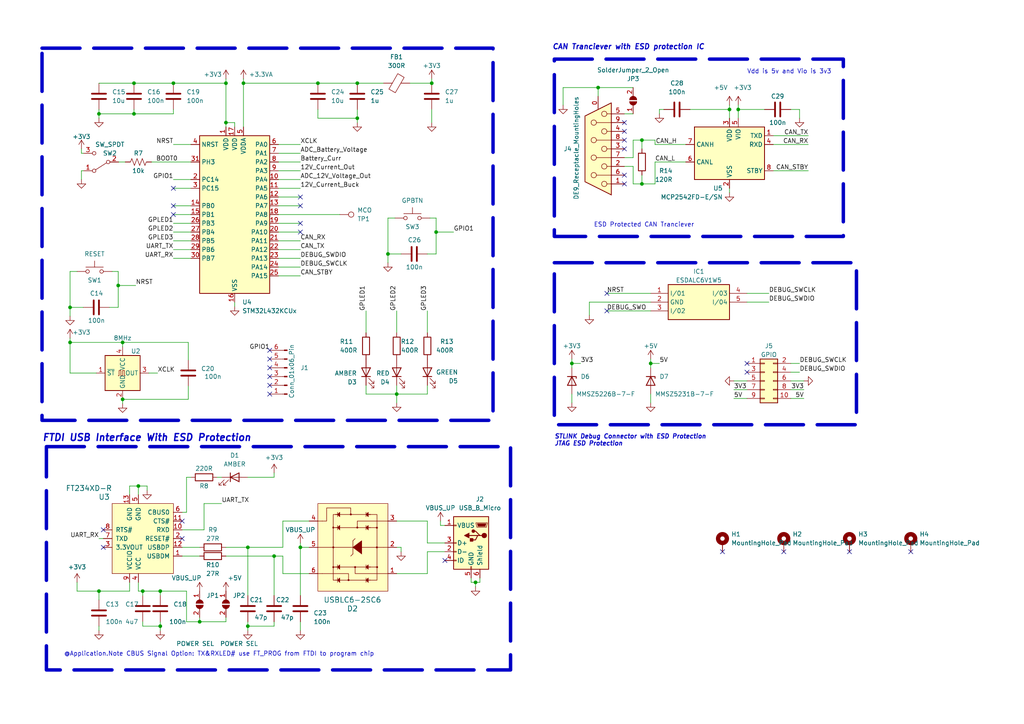
<source format=kicad_sch>
(kicad_sch (version 20231120) (generator "eeschema") (generator_version "8.0")
  (paper "A4")
  (title_block (title "Microcontroller") (rev "V1") (company "EcoCar") (comment 1 "Designed by: Nicholas semmens"))
  (junction (at 57.912 180.34))
  (junction (at 38.862 24.13))
  (junction (at 40.132 140.97))
  (junction (at 20.32 89.154))
  (junction (at 79.502 161.29))
  (junction (at 92.202 24.13))
  (junction (at 38.862 33.02))
  (junction (at 65.532 24.13))
  (junction (at 211.582 31.75))
  (junction (at 214.122 31.75))
  (junction (at 28.702 171.45))
  (junction (at 46.482 181.61))
  (junction (at 125.222 24.13))
  (junction (at 71.882 158.75))
  (junction (at 165.862 105.41))
  (junction (at 186.182 53.34))
  (junction (at 87.122 158.75))
  (junction (at 35.56 115.824))
  (junction (at 41.402 171.45))
  (junction (at 103.632 34.29))
  (junction (at 71.882 181.61))
  (junction (at 35.56 99.314))
  (junction (at 188.722 105.41))
  (junction (at 34.29 82.804))
  (junction (at 20.32 99.314))
  (junction (at 70.612 24.13))
  (junction (at 126.492 67.31))
  (junction (at 137.922 168.91))
  (junction (at 65.532 35.56))
  (junction (at 186.182 40.64))
  (junction (at 50.292 24.13))
  (junction (at 173.482 25.4))
  (junction (at 112.522 73.66))
  (junction (at 115.062 114.3))
  (junction (at 103.632 24.13))
  (junction (at 28.702 33.02))
  (junction (at 46.482 171.45))
  (no_connect (at 181.102 53.34))
  (no_connect (at 78.232 104.14))
  (no_connect (at 87.122 67.31))
  (no_connect (at 209.55 160.02))
  (no_connect (at 246.38 160.02))
  (no_connect (at 78.232 106.68))
  (no_connect (at 52.832 156.21))
  (no_connect (at 181.102 38.1))
  (no_connect (at 264.16 160.02))
  (no_connect (at 181.102 35.56))
  (no_connect (at 181.102 40.64))
  (no_connect (at 29.972 158.75))
  (no_connect (at 50.292 59.69))
  (no_connect (at 87.122 57.15))
  (no_connect (at 52.832 151.13))
  (no_connect (at 78.232 111.76))
  (no_connect (at 176.022 85.09))
  (no_connect (at 50.292 54.61))
  (no_connect (at 78.232 114.3))
  (no_connect (at 29.972 153.67))
  (no_connect (at 87.122 59.69))
  (no_connect (at 181.102 50.8))
  (no_connect (at 181.102 43.18))
  (no_connect (at 78.232 109.22))
  (no_connect (at 87.122 64.77))
  (no_connect (at 176.022 90.17))
  (no_connect (at 78.232 101.6))
  (no_connect (at 216.662 105.41))
  (no_connect (at 227.33 160.02))
  (no_connect (at 216.662 107.95))
  (no_connect (at 50.292 62.23))
  (no_connect (at 129.032 162.56))
  (wire (pts (xy 52.832 161.29) (xy 57.912 161.29)))
  (wire (pts (xy 38.862 31.75) (xy 38.862 33.02)))
  (wire (pts (xy 163.322 25.4) (xy 173.482 25.4)))
  (wire (pts (xy 173.482 25.4) (xy 183.642 25.4)))
  (wire (pts (xy 186.182 40.64) (xy 183.642 40.64)))
  (wire (pts (xy 55.372 138.43) (xy 54.102 138.43)))
  (wire (pts (xy 165.862 105.41) (xy 165.862 106.68)))
  (wire (pts (xy 65.532 22.86) (xy 65.532 24.13)))
  (wire (pts (xy 123.952 96.52) (xy 123.952 90.17)))
  (wire (pts (xy 23.622 49.53) (xy 23.622 52.07)))
  (wire (pts (xy 214.122 31.75) (xy 214.122 34.29)))
  (wire (pts (xy 87.122 46.99) (xy 80.772 46.99)))
  (wire (pts (xy 57.912 180.34) (xy 57.912 179.07)))
  (wire (pts (xy 79.502 181.61) (xy 71.882 181.61)))
  (wire (pts (xy 50.292 33.02) (xy 50.292 31.75)))
  (wire (pts (xy 188.722 105.41) (xy 188.722 106.68)))
  (wire (pts (xy 106.172 114.3) (xy 115.062 114.3)))
  (wire (pts (xy 34.417 46.99) (xy 36.322 46.99)))
  (wire (pts (xy 116.332 158.75) (xy 116.332 160.02)))
  (wire (pts (xy 35.56 115.824) (xy 54.61 115.824)))
  (wire (pts (xy 46.482 171.45) (xy 54.102 171.45)))
  (wire (pts (xy 165.862 105.41) (xy 168.402 105.41)))
  (wire (pts (xy 71.882 180.34) (xy 71.882 181.61)))
  (wire (pts (xy 46.482 180.34) (xy 46.482 181.61)))
  (wire (pts (xy 211.582 54.61) (xy 211.582 55.88)))
  (wire (pts (xy 80.772 54.61) (xy 87.122 54.61)))
  (wire (pts (xy 124.714 63.246) (xy 126.492 63.246)))
  (wire (pts (xy 22.352 78.74) (xy 20.32 78.74)))
  (wire (pts (xy 65.532 35.56) (xy 68.072 35.56)))
  (wire (pts (xy 38.862 33.02) (xy 50.292 33.02)))
  (wire (pts (xy 80.772 57.15) (xy 87.122 57.15)))
  (wire (pts (xy 55.372 67.31) (xy 50.292 67.31)))
  (wire (pts (xy 34.29 78.74) (xy 34.29 82.804)))
  (wire (pts (xy 163.322 25.4) (xy 163.322 30.48)))
  (wire (pts (xy 176.022 85.09) (xy 188.722 85.09)))
  (wire (pts (xy 34.29 82.804) (xy 34.29 89.154)))
  (wire (pts (xy 54.61 112.014) (xy 54.61 115.824)))
  (wire (pts (xy 115.062 96.52) (xy 115.062 90.17)))
  (wire (pts (xy 82.042 158.75) (xy 71.882 158.75)))
  (wire (pts (xy 126.492 63.246) (xy 126.492 67.31)))
  (wire (pts (xy 70.612 22.86) (xy 70.612 24.13)))
  (wire (pts (xy 71.882 158.75) (xy 65.532 158.75)))
  (wire (pts (xy 28.702 171.45) (xy 37.592 171.45)))
  (wire (pts (xy 212.852 113.03) (xy 216.662 113.03)))
  (wire (pts (xy 59.182 146.05) (xy 59.182 153.67)))
  (wire (pts (xy 181.102 33.02) (xy 183.642 33.02)))
  (wire (pts (xy 189.992 40.64) (xy 189.992 41.91)))
  (wire (pts (xy 37.592 168.91) (xy 37.592 171.45)))
  (wire (pts (xy 50.292 64.77) (xy 55.372 64.77)))
  (wire (pts (xy 125.222 22.86) (xy 125.222 24.13)))
  (wire (pts (xy 115.062 158.75) (xy 116.332 158.75)))
  (wire (pts (xy 20.32 89.154) (xy 20.32 91.694)))
  (wire (pts (xy 112.522 63.246) (xy 112.522 73.66)))
  (wire (pts (xy 24.13 89.154) (xy 20.32 89.154)))
  (wire (pts (xy 92.202 34.29) (xy 103.632 34.29)))
  (wire (pts (xy 41.402 180.34) (xy 41.402 181.61)))
  (wire (pts (xy 34.29 82.804) (xy 39.37 82.804)))
  (wire (pts (xy 80.772 69.85) (xy 87.122 69.85)))
  (wire (pts (xy 50.292 62.23) (xy 55.372 62.23)))
  (wire (pts (xy 23.622 49.53) (xy 24.257 49.53)))
  (wire (pts (xy 20.32 78.74) (xy 20.32 89.154)))
  (wire (pts (xy 103.632 34.29) (xy 103.632 35.56)))
  (wire (pts (xy 136.652 167.64) (xy 136.652 168.91)))
  (wire (pts (xy 28.702 33.02) (xy 28.702 34.29)))
  (wire (pts (xy 50.292 41.91) (xy 55.372 41.91)))
  (wire (pts (xy 103.632 31.75) (xy 103.632 34.29)))
  (wire (pts (xy 173.482 25.4) (xy 173.482 27.94)))
  (wire (pts (xy 188.722 87.63) (xy 170.942 87.63)))
  (wire (pts (xy 87.122 157.48) (xy 87.122 158.75)))
  (wire (pts (xy 28.702 24.13) (xy 38.862 24.13)))
  (wire (pts (xy 216.662 87.63) (xy 223.012 87.63)))
  (wire (pts (xy 183.642 45.72) (xy 181.102 45.72)))
  (wire (pts (xy 65.532 180.34) (xy 65.532 179.07)))
  (wire (pts (xy 50.292 24.13) (xy 65.532 24.13)))
  (wire (pts (xy 34.29 89.154) (xy 31.75 89.154)))
  (wire (pts (xy 229.362 107.95) (xy 231.902 107.95)))
  (wire (pts (xy 28.702 33.02) (xy 38.862 33.02)))
  (wire (pts (xy 87.122 158.75) (xy 89.662 158.75)))
  (wire (pts (xy 82.042 151.13) (xy 82.042 158.75)))
  (wire (pts (xy 127.762 152.4) (xy 129.032 152.4)))
  (wire (pts (xy 186.182 40.64) (xy 189.992 40.64)))
  (wire (pts (xy 123.952 166.37) (xy 123.952 160.02)))
  (wire (pts (xy 80.772 74.93) (xy 87.122 74.93)))
  (wire (pts (xy 80.772 77.47) (xy 87.122 77.47)))
  (wire (pts (xy 80.772 59.69) (xy 87.122 59.69)))
  (wire (pts (xy 216.662 85.09) (xy 223.012 85.09)))
  (wire (pts (xy 45.72 108.204) (xy 43.18 108.204)))
  (wire (pts (xy 50.292 54.61) (xy 55.372 54.61)))
  (wire (pts (xy 116.332 73.66) (xy 112.522 73.66)))
  (wire (pts (xy 42.672 140.97) (xy 42.672 142.24)))
  (wire (pts (xy 41.402 181.61) (xy 46.482 181.61)))
  (wire (pts (xy 35.56 115.824) (xy 35.56 117.094)))
  (wire (pts (xy 79.502 138.43) (xy 71.882 138.43)))
  (wire (pts (xy 41.402 171.45) (xy 40.132 171.45)))
  (wire (pts (xy 82.042 166.37) (xy 89.662 166.37)))
  (wire (pts (xy 41.402 171.45) (xy 41.402 172.72)))
  (wire (pts (xy 188.722 114.3) (xy 188.722 116.84)))
  (wire (pts (xy 28.702 171.45) (xy 22.352 171.45)))
  (wire (pts (xy 71.882 181.61) (xy 71.882 182.88)))
  (wire (pts (xy 87.122 180.34) (xy 87.122 182.88)))
  (wire (pts (xy 50.292 52.07) (xy 55.372 52.07)))
  (wire (pts (xy 59.182 153.67) (xy 52.832 153.67)))
  (wire (pts (xy 68.072 35.56) (xy 68.072 36.83)))
  (wire (pts (xy 28.702 31.75) (xy 28.702 33.02)))
  (wire (pts (xy 115.062 114.3) (xy 123.952 114.3)))
  (wire (pts (xy 20.32 98.044) (xy 20.32 99.314)))
  (wire (pts (xy 92.202 31.75) (xy 92.202 34.29)))
  (wire (pts (xy 231.902 31.75) (xy 229.362 31.75)))
  (wire (pts (xy 70.612 24.13) (xy 92.202 24.13)))
  (wire (pts (xy 224.282 41.91) (xy 234.442 41.91)))
  (wire (pts (xy 183.642 48.26) (xy 181.102 48.26)))
  (wire (pts (xy 70.612 24.13) (xy 70.612 36.83)))
  (wire (pts (xy 115.062 114.3) (xy 115.062 111.76)))
  (wire (pts (xy 80.772 72.39) (xy 87.122 72.39)))
  (wire (pts (xy 229.362 113.03) (xy 233.172 113.03)))
  (wire (pts (xy 28.702 181.61) (xy 28.702 182.88)))
  (wire (pts (xy 212.852 115.57) (xy 216.662 115.57)))
  (wire (pts (xy 59.182 146.05) (xy 64.262 146.05)))
  (wire (pts (xy 80.772 67.31) (xy 87.122 67.31)))
  (wire (pts (xy 57.912 180.34) (xy 65.532 180.34)))
  (wire (pts (xy 123.952 157.48) (xy 129.032 157.48)))
  (wire (pts (xy 137.922 168.91) (xy 136.652 168.91)))
  (wire (pts (xy 106.172 114.3) (xy 106.172 111.76)))
  (wire (pts (xy 80.772 52.07) (xy 87.122 52.07)))
  (wire (pts (xy 214.122 31.75) (xy 221.742 31.75)))
  (wire (pts (xy 20.32 108.204) (xy 27.94 108.204)))
  (wire (pts (xy 229.362 105.41) (xy 231.902 105.41)))
  (wire (pts (xy 126.492 73.66) (xy 123.952 73.66)))
  (wire (pts (xy 50.292 69.85) (xy 55.372 69.85)))
  (wire (pts (xy 118.872 24.13) (xy 125.222 24.13)))
  (wire (pts (xy 112.522 73.66) (xy 112.522 76.2)))
  (wire (pts (xy 82.042 161.29) (xy 82.042 166.37)))
  (wire (pts (xy 139.192 168.91) (xy 137.922 168.91)))
  (wire (pts (xy 79.502 161.29) (xy 79.502 172.72)))
  (wire (pts (xy 57.912 180.34) (xy 54.102 180.34)))
  (wire (pts (xy 54.102 138.43) (xy 54.102 148.59)))
  (wire (pts (xy 165.862 104.14) (xy 165.862 105.41)))
  (wire (pts (xy 123.952 114.3) (xy 123.952 111.76)))
  (wire (pts (xy 189.992 46.99) (xy 189.992 53.34)))
  (wire (pts (xy 139.192 167.64) (xy 139.192 168.91)))
  (wire (pts (xy 80.772 64.77) (xy 87.122 64.77)))
  (wire (pts (xy 189.992 41.91) (xy 198.882 41.91)))
  (wire (pts (xy 22.352 171.45) (xy 22.352 168.91)))
  (wire (pts (xy 127.762 151.13) (xy 127.762 152.4)))
  (wire (pts (xy 65.532 24.13) (xy 65.532 35.56)))
  (wire (pts (xy 65.532 35.56) (xy 65.532 36.83)))
  (wire (pts (xy 231.902 34.29) (xy 231.902 31.75)))
  (wire (pts (xy 79.502 137.16) (xy 79.502 138.43)))
  (wire (pts (xy 71.882 158.75) (xy 71.882 172.72)))
  (wire (pts (xy 35.56 99.314) (xy 54.61 99.314)))
  (wire (pts (xy 82.042 151.13) (xy 89.662 151.13)))
  (wire (pts (xy 123.952 151.13) (xy 123.952 157.48)))
  (wire (pts (xy 224.282 49.53) (xy 234.442 49.53)))
  (wire (pts (xy 115.062 151.13) (xy 123.952 151.13)))
  (wire (pts (xy 43.942 46.99) (xy 55.372 46.99)))
  (wire (pts (xy 189.992 46.99) (xy 198.882 46.99)))
  (wire (pts (xy 186.182 50.8) (xy 186.182 53.34)))
  (wire (pts (xy 183.642 40.64) (xy 183.642 45.72)))
  (wire (pts (xy 54.61 104.394) (xy 54.61 99.314)))
  (wire (pts (xy 103.632 24.13) (xy 111.252 24.13)))
  (wire (pts (xy 41.402 171.45) (xy 46.482 171.45)))
  (wire (pts (xy 23.622 43.18) (xy 23.622 44.45)))
  (wire (pts (xy 183.642 53.34) (xy 183.642 48.26)))
  (wire (pts (xy 35.56 99.314) (xy 20.32 99.314)))
  (wire (pts (xy 79.502 180.34) (xy 79.502 181.61)))
  (wire (pts (xy 224.282 39.37) (xy 234.442 39.37)))
  (wire (pts (xy 126.492 67.31) (xy 131.572 67.31)))
  (wire (pts (xy 192.532 31.75) (xy 191.262 31.75)))
  (wire (pts (xy 211.582 30.48) (xy 211.582 31.75)))
  (wire (pts (xy 87.122 158.75) (xy 87.122 172.72)))
  (wire (pts (xy 87.122 80.01) (xy 80.772 80.01)))
  (wire (pts (xy 126.492 67.31) (xy 126.492 73.66)))
  (wire (pts (xy 54.102 180.34) (xy 54.102 171.45)))
  (wire (pts (xy 87.122 44.45) (xy 80.772 44.45)))
  (wire (pts (xy 186.182 40.64) (xy 186.182 43.18)))
  (wire (pts (xy 80.772 62.23) (xy 98.552 62.23)))
  (wire (pts (xy 125.222 31.75) (xy 125.222 35.56)))
  (wire (pts (xy 29.972 156.21) (xy 28.702 156.21)))
  (wire (pts (xy 23.622 44.45) (xy 24.257 44.45)))
  (wire (pts (xy 40.132 168.91) (xy 40.132 171.45)))
  (wire (pts (xy 50.292 72.39) (xy 55.372 72.39)))
  (wire (pts (xy 54.102 148.59) (xy 52.832 148.59)))
  (wire (pts (xy 80.772 41.91) (xy 87.122 41.91)))
  (wire (pts (xy 188.722 104.14) (xy 188.722 105.41)))
  (wire (pts (xy 65.532 161.29) (xy 79.502 161.29)))
  (wire (pts (xy 137.922 170.18) (xy 137.922 168.91)))
  (wire (pts (xy 170.942 87.63) (xy 170.942 91.44)))
  (wire (pts (xy 189.992 53.34) (xy 186.182 53.34)))
  (wire (pts (xy 188.722 105.41) (xy 191.262 105.41)))
  (wire (pts (xy 68.072 88.9) (xy 68.072 87.63)))
  (wire (pts (xy 35.56 100.584) (xy 35.56 99.314)))
  (wire (pts (xy 50.292 74.93) (xy 55.372 74.93)))
  (wire (pts (xy 200.152 31.75) (xy 211.582 31.75)))
  (wire (pts (xy 40.132 140.97) (xy 40.132 143.51)))
  (wire (pts (xy 79.502 161.29) (xy 82.042 161.29)))
  (wire (pts (xy 64.262 138.43) (xy 62.992 138.43)))
  (wire (pts (xy 106.172 96.52) (xy 106.172 90.17)))
  (wire (pts (xy 165.862 114.3) (xy 165.862 116.84)))
  (wire (pts (xy 46.482 171.45) (xy 46.482 172.72)))
  (wire (pts (xy 186.182 53.34) (xy 183.642 53.34)))
  (wire (pts (xy 42.672 140.97) (xy 40.132 140.97)))
  (wire (pts (xy 20.32 99.314) (xy 20.32 108.204)))
  (wire (pts (xy 233.172 115.57) (xy 229.362 115.57)))
  (wire (pts (xy 38.862 24.13) (xy 50.292 24.13)))
  (wire (pts (xy 176.022 90.17) (xy 188.722 90.17)))
  (wire (pts (xy 211.582 31.75) (xy 211.582 34.29)))
  (wire (pts (xy 92.202 24.13) (xy 103.632 24.13)))
  (wire (pts (xy 37.592 140.97) (xy 40.132 140.97)))
  (wire (pts (xy 214.122 30.48) (xy 214.122 31.75)))
  (wire (pts (xy 123.952 160.02) (xy 129.032 160.02)))
  (wire (pts (xy 191.262 31.75) (xy 191.262 33.02)))
  (wire (pts (xy 115.062 166.37) (xy 123.952 166.37)))
  (wire (pts (xy 229.362 110.49) (xy 233.172 110.49)))
  (wire (pts (xy 212.852 110.49) (xy 216.662 110.49)))
  (wire (pts (xy 114.554 63.246) (xy 112.522 63.246)))
  (wire (pts (xy 50.292 59.69) (xy 55.372 59.69)))
  (wire (pts (xy 46.482 181.61) (xy 46.482 182.88)))
  (wire (pts (xy 32.512 78.74) (xy 34.29 78.74)))
  (wire (pts (xy 115.062 114.3) (xy 115.062 116.84)))
  (wire (pts (xy 37.592 143.51) (xy 37.592 140.97)))
  (wire (pts (xy 28.702 171.45) (xy 28.702 173.99)))
  (wire (pts (xy 52.832 158.75) (xy 57.912 158.75)))
  (wire (pts (xy 80.772 49.53) (xy 87.122 49.53)))
  (rectangle (start 12.192 13.97) (end 143.002 121.92) (stroke (width 1) (type dash)))
  (rectangle (start 160.782 76.2) (end 248.412 123.19) (stroke (width 1) (type dash)))
  (rectangle (start 160.782 17.145) (end 244.602 68.58) (stroke (width 1) (type dash)))
  (rectangle (start 13.462 129.54) (end 148.082 194.31) (stroke (width 1) (type dash)))
  (text "CAN Tranciever with ESD protection IC" (at 160.147 14.605 0) (effects (font (size 1.5 1.5) (thickness 0.3) (bold yes) (italic yes)) (justify left bottom)))
  (text "ESD Protected CAN Tranciever\n" (at 172.212 66.04 0) (effects (font (size 1.27 1.27)) (justify left bottom)))
  (text "@Application.Note CBUS Signal Option: TX&RXLED# use FT_PROG from FTDI to program chip\n" (at 18.542 190.5 0) (effects (font (size 1.27 1.27)) (justify left bottom)))
  (text "STLINK Debug Connector with ESD Protection\nJTAG ESD Protection" (at 160.782 129.54 0) (effects (font (size 1.27 1.27) (thickness 0.254) (bold yes) (italic yes)) (justify left bottom)))
  (text "FTDI USB Interface With ESD Protection\n" (at 12.192 128.27 0) (effects (font (size 2 2) (thickness 0.4) (bold yes) (italic yes)) (justify left bottom)))
  (text "Vdd is 5v and Vio is 3v3\n" (at 216.662 21.59 0) (effects (font (size 1.27 1.27)) (justify left bottom)))
  (label "3V3" (at 168.402 105.41 0))
  (label "CAN_STBY" (at 234.442 49.53 180))
  (label "3V3" (at 212.852 113.03 0))
  (label "UART_RX" (at 50.292 74.93 180))
  (label "GPLED2" (at 115.062 90.17 90))
  (label "GPLED3" (at 50.292 69.85 180))
  (label "GPLED1" (at 106.172 90.17 90))
  (label "CAN_RX" (at 87.122 69.85 0))
  (label "DEBUG_SWCLK" (at 231.902 105.41 0))
  (label "CAN_TX" (at 87.122 72.39 0))
  (label "GPLED2" (at 50.292 67.31 180))
  (label "DEBUG_SWO" (at 176.022 90.17 0))
  (label "5V" (at 233.172 115.57 180))
  (label "GPLED1" (at 50.292 64.77 180))
  (label "NRST" (at 39.37 82.804 0))
  (label "GPLED3" (at 123.952 90.17 90))
  (label "GPIO1" (at 78.232 101.6 180))
  (label "ADC_12V_Voltage_Out" (at 87.122 52.07 0))
  (label "XCLK" (at 45.72 108.204 0))
  (label "DEBUG_SWCLK" (at 223.012 85.09 0))
  (label "CAN_TX" (at 234.442 39.37 180))
  (label "GPIO1" (at 50.292 52.07 180))
  (label "NRST" (at 176.022 85.09 0))
  (label "DEBUG_SWDIO" (at 87.122 74.93 0))
  (label "12V_Current_Out" (at 87.122 49.53 0))
  (label "5V" (at 191.262 105.41 0))
  (label "5V" (at 212.852 115.57 0))
  (label "DEBUG_SWCLK" (at 87.122 77.47 0))
  (label "Battery_Curr" (at 87.122 46.99 0))
  (label "DEBUG_SWDIO" (at 231.902 107.95 0))
  (label "GPIO1" (at 131.572 67.31 0))
  (label "UART_TX" (at 64.262 146.05 0))
  (label "ADC_Battery_Voltage" (at 87.122 44.45 0))
  (label "CAN_RX" (at 234.442 41.91 180))
  (label "3V3" (at 233.172 113.03 180))
  (label "CAN_STBY" (at 87.122 80.01 0))
  (label "NRST" (at 50.292 41.91 180))
  (label "XCLK" (at 87.122 41.91 0))
  (label "BOOT0" (at 51.562 46.99 180))
  (label "12V_Current_Buck" (at 87.122 54.61 0))
  (label "CAN_H" (at 196.342 41.91 180))
  (label "CAN_L" (at 189.992 46.99 0))
  (label "DEBUG_SWDIO" (at 223.012 87.63 0))
  (label "UART_TX" (at 50.292 72.39 180))
  (label "UART_RX" (at 28.702 156.21 180))
  (symbol (lib_id "power:GND") (at 163.322 30.48 0) (unit 1)
    (property "Reference" "#PWR035" (effects (hide yes)))
    (property "Value" "GND" (effects (hide yes)))
  )
  (symbol (lib_id "Interface_CAN_LIN:MCP2542FDxMF") (at 211.582 44.45 0) (mirror y) (unit 1)
    (property "Reference" "U5" (at 209.6261 54.61 0) (effects (justify left)))
    (property "Value" "MCP2542FD-E/SN" (at 209.6261 57.15 0) (effects (justify left)))
    (property "Footprint" "Package_SO:SOIC-8_3.9x4.9mm_P1.27mm" (effects (hide yes)))
    (property "Datasheet" "http://ww1.microchip.com/downloads/en/DeviceDoc/MCP2542FD-4FD-MCP2542WFD-4WFD-Data-Sheet20005514B.pdf" (effects (hide yes)))
    (property "Digikey #" "MCP2542FD-E/SN-ND" (effects (hide yes)))
  )
  (symbol (lib_id "Device:R") (at 61.722 158.75 90) (unit 1)
    (property "Reference" "R9" (at 61.722 153.67 90))
    (property "Value" "27R" (at 61.722 156.21 90))
    (property "Footprint" "Resistor_SMD:R_0402_1005Metric" (effects (hide yes)))
    (property "JLCPCB Part#(Optional)" "C25190" (effects (hide yes)))
  )
  (symbol (lib_id "power:GND") (at 103.632 35.56 0) (unit 1)
    (property "Reference" "#PWR027" (effects (hide yes)))
    (property "Value" "GND" (effects (hide yes)))
  )
  (symbol (lib_id "RF_Parts:ESDALC6V1W5") (at 188.722 85.09 0) (unit 1)
    (property "Reference" "IC1" (at 202.692 78.74 0))
    (property "Value" "ESDALC6V1W5" (at 202.692 81.28 0))
    (property "Footprint" "BP_FTP:SOT65P210X110-5N" (effects (hide yes)))
    (property "Datasheet" "http://www.st.com/web/en/resource/technical/document/datasheet/CD00002946.pdf" (effects (hide yes)))
    (property "Description" "6.1V 6.1V 4 3V SOT-323-5  ESD Protection Devices ROHS" (effects (hide yes)))
    (property "JLCPCB Part#(Optional)" "C2827626" (effects (hide yes)))
    (property "Digikey #" "497-7231-1-ND" (effects (hide yes)))
  )
  (symbol (lib_id "power:+5V") (at 211.582 30.48 0) (unit 1)
    (property "Reference" "#PWR044" (effects (hide yes)))
    (property "Value" "+5V" (at 209.042 25.4 0))
  )
  (symbol (lib_id "Device:R") (at 186.182 46.99 0) (mirror y) (unit 1)
    (property "Reference" "R14" (at 195.072 49.53 0) (effects (justify left)))
    (property "Value" "120R" (at 195.072 52.07 0) (effects (justify left)))
    (property "Footprint" "Resistor_SMD:R_0603_1608Metric" (effects (hide yes)))
  )
  (symbol (lib_id "power:GND") (at 112.522 76.2 0) (unit 1)
    (property "Reference" "#PWR028" (effects (hide yes)))
    (property "Value" "GND" (effects (hide yes)))
  )
  (symbol (lib_id "Device:C") (at 28.702 177.8 0) (unit 1)
    (property "Reference" "C13" (at 30.607 175.26 0) (effects (justify left)))
    (property "Value" "100n" (at 30.607 180.34 0) (effects (justify left)))
    (property "Footprint" "Capacitor_SMD:C_0402_1005Metric" (effects (hide yes)))
    (property "Description" "100nF -20%,+80% 16V Y5V 0402 Multilayer Ceramic Capacitors MLCC - SMD/SMT RoHS" (effects (hide yes)))
    (property "JLCPCB Part#(Optional)" "C1525" (effects (hide yes)))
    (property "Digikey #" "1276-1043-1-ND" (effects (hide yes)))
  )
  (symbol (lib_id "dk_Interface-Controllers:FT234XD-R") (at 42.672 158.75 180) (unit 1)
    (property "Reference" "U3" (at 31.877 144.145 0) (effects (font (size 1.524 1.524)) (justify left)))
    (property "Value" "FT234XD-R" (at 32.512 141.605 0) (effects (font (size 1.524 1.524)) (justify left)))
    (property "Footprint" "BP_FTP:FT234XD-R" (effects (hide yes)))
    (property "Datasheet" "http://www.ftdichip.com/Support/Documents/DataSheets/ICs/DS_FT234XD.pdf" (effects (hide yes)))
    (property "Description" "IC USB SERIAL BASIC UART 12DFN" (effects (hide yes)))
    (property "Category" "Integrated Circuits (ICs)" (effects (hide yes)))
    (property "JLCPCB Part#(Optional)" "C132158" (effects (hide yes)))
    (property "Digikey #" "768-1178-1-ND" (effects (hide yes)))
  )
  (symbol (lib_id "Device:R") (at 115.062 100.33 180) (unit 1)
    (property "Reference" "R12" (at 120.142 99.06 0) (effects (justify left)))
    (property "Value" "400R" (at 121.412 101.6 0) (effects (justify left)))
    (property "Footprint" "Resistor_SMD:R_0805_2012Metric" (effects (hide yes)))
    (property "JLCPCB Part#(Optional)" "C17655" (effects (hide yes)))
  )
  (symbol (lib_id "Device:C") (at 225.552 31.75 270) (unit 1)
    (property "Reference" "C29" (at 225.552 27.94 90))
    (property "Value" "100n" (at 225.552 35.56 90))
    (property "Footprint" "Capacitor_SMD:C_0402_1005Metric" (effects (hide yes)))
    (property "JLCPCB Part#(Optional)" "C1525" (effects (hide yes)))
    (property "Digikey #" "1276-1043-1-ND" (effects (hide yes)))
  )
  (symbol (lib_id "RF_Parts:VBUS_UP") (at 87.122 157.48 0) (mirror y) (unit 1)
    (property "Reference" "#PWR025" (effects (hide yes)))
    (property "Value" "VBUS_UP" (at 87.122 153.67 0))
  )
  (symbol (lib_id "Device:C") (at 87.122 176.53 0) (mirror x) (unit 1)
    (property "Reference" "C23" (at 90.932 177.8 0) (effects (justify left)))
    (property "Value" "100n" (at 90.932 180.34 0) (effects (justify left)))
    (property "Footprint" "Capacitor_SMD:C_0402_1005Metric" (effects (hide yes)))
    (property "Description" "100nF -20%,+80% 16V Y5V 0402 Multilayer Ceramic Capacitors MLCC - SMD/SMT RoHS" (effects (hide yes)))
    (property "JLCPCB Part#(Optional)" "C1525" (effects (hide yes)))
    (property "Digikey #" "1276-1043-1-ND" (effects (hide yes)))
  )
  (symbol (lib_id "Device:C") (at 196.342 31.75 90) (unit 1)
    (property "Reference" "C28" (at 196.342 24.13 90))
    (property "Value" "100n" (at 196.342 26.67 90))
    (property "Footprint" "Capacitor_SMD:C_0402_1005Metric" (effects (hide yes)))
    (property "JLCPCB Part#(Optional)" "C1525" (effects (hide yes)))
    (property "Digikey #" "1276-1043-1-ND" (effects (hide yes)))
  )
  (symbol (lib_id "Device:C") (at 54.61 108.204 180) (unit 1)
    (property "Reference" "C20" (at 62.23 106.934 0) (effects (justify left)))
    (property "Value" "100n" (at 64.262 109.22 0) (effects (justify left)))
    (property "Footprint" "Capacitor_SMD:C_0402_1005Metric" (effects (hide yes)))
    (property "Description" "100nF -20%,+80% 16V Y5V 0402 Multilayer Ceramic Capacitors MLCC - SMD/SMT RoHS" (effects (hide yes)))
    (property "JLCPCB Part#(Optional)" "C1525" (effects (hide yes)))
    (property "Digikey #" "1276-1043-1-ND" (effects (hide yes)))
  )
  (symbol (lib_id "power:+3V3") (at 125.222 22.86 0) (unit 1)
    (property "Reference" "#PWR031" (effects (hide yes)))
    (property "Value" "+3V3" (at 125.222 19.05 0))
  )
  (symbol (lib_id "power:+3V3") (at 165.862 104.14 0) (unit 1)
    (property "Reference" "#PWR036" (effects (hide yes)))
    (property "Value" "+3V3" (at 165.862 100.33 0))
  )
  (symbol (lib_id "RF_Parts:VBUS_UP") (at 127.762 151.13 0) (unit 1)
    (property "Reference" "#PWR033" (effects (hide yes)))
    (property "Value" "VBUS_UP" (at 127.762 147.32 0))
  )
  (symbol (lib_id "power:+3V3") (at 20.32 98.044 0) (unit 1)
    (property "Reference" "#PWR09" (effects (hide yes)))
    (property "Value" "+3V3" (at 23.622 96.393 0))
  )
  (symbol (lib_id "Device:C") (at 38.862 27.94 0) (unit 1)
    (property "Reference" "C16" (at 42.672 26.67 0) (effects (justify left)))
    (property "Value" "100n" (at 42.672 29.21 0) (effects (justify left)))
    (property "Footprint" "Capacitor_SMD:C_0402_1005Metric" (effects (hide yes)))
    (property "JLCPCB Part#(Optional)" "C1525" (effects (hide yes)))
    (property "Digikey #" "1276-1043-1-ND" (effects (hide yes)))
  )
  (symbol (lib_id "power:+5V") (at 188.722 104.14 0) (unit 1)
    (property "Reference" "#PWR040" (effects (hide yes)))
    (property "Value" "+5V" (at 188.722 100.33 0))
  )
  (symbol (lib_id "Connector:USB_B_Micro") (at 136.652 157.48 0) (mirror y) (unit 1)
    (property "Reference" "J2" (at 139.192 144.78 0))
    (property "Value" "USB_B_Micro" (at 139.192 147.32 0))
    (property "Footprint" "Connector_USB:USB_Micro-B_Amphenol_10118194_Horizontal" (effects (hide yes)))
    (property "Description" "USB 2.0 1 Surface Mount 5P Female -30℃~+80℃ Micro-B SMD  USB Connectors ROHS" (effects (hide yes)))
    (property "Digikey #" "609-4618-1-ND" (effects (hide yes)))
    (property "JLCPCB Part#(Optional)" "C132563" (effects (hide yes)))
  )
  (symbol (lib_id "Connector:DE9_Receptacle_MountingHoles") (at 173.482 43.18 180) (unit 1)
    (property "Reference" "J4" (at 165.862 43.18 0) (effects (justify left)))
    (property "Value" "DE9_Receptacle_MountingHoles" (at 167.132 27.94 90) (effects (justify left)))
    (property "Footprint" "Connector_Dsub:DSUB-9_Female_Horizontal_P2.77x2.84mm_EdgePinOffset7.70mm_Housed_MountingHolesOffset9.12mm" (effects (hide yes)))
    (property "Datasheet" " ~" (effects (hide yes)))
  )
  (symbol (lib_id "RF_Parts:VBUS_UP") (at 57.912 171.45 0) (unit 1)
    (property "Reference" "#PWR018" (effects (hide yes)))
    (property "Value" "VBUS_UP" (at 54.102 167.64 0))
  )
  (symbol (lib_id "Switch:SW_Push") (at 119.634 63.246 0) (unit 1)
    (property "Reference" "SW3" (at 119.634 65.786 0))
    (property "Value" "GPBTN" (at 119.634 58.166 0))
    (property "Footprint" "Button_Switch_THT:SW_PUSH_6mm_H5mm" (effects (hide yes)))
  )
  (symbol (lib_id "power:+3V3") (at 79.502 137.16 0) (unit 1)
    (property "Reference" "#PWR024" (effects (hide yes)))
    (property "Value" "+3V3" (at 79.502 132.715 0))
  )
  (symbol (lib_id "power:+3V3") (at 22.352 168.91 0) (unit 1)
    (property "Reference" "#PWR010" (effects (hide yes)))
    (property "Value" "+3V3" (at 22.352 164.465 0))
  )
  (symbol (lib_id "Mechanical:MountingHole_Pad") (at 246.38 157.48 0) (unit 1)
    (property "Reference" "H3" (at 248.92 154.94 0) (effects (justify left)))
    (property "Value" "MountingHole_Pad" (at 248.92 157.48 0) (effects (justify left)))
    (property "Footprint" "MountingHole:MountingHole_3.2mm_M3_Pad" (effects (hide yes)))
  )
  (symbol (lib_id "Jumper:SolderJumper_2_Open") (at 65.532 175.26 270) (unit 1)
    (property "Reference" "JP2" (at 69.342 172.72 90))
    (property "Value" "POWER SEL" (at 69.342 186.69 90))
    (property "Footprint" "Jumper:SolderJumper-2_P1.3mm_Open_TrianglePad1.0x1.5mm" (effects (hide yes)))
  )
  (symbol (lib_id "Device:C") (at 71.882 176.53 180) (unit 1)
    (property "Reference" "C21" (at 76.327 173.99 0) (effects (justify left)))
    (property "Value" "47p" (at 77.597 179.07 0) (effects (justify left)))
    (property "Footprint" "Capacitor_SMD:C_0402_1005Metric" (effects (hide yes)))
    (property "JLCPCB Part#(Optional)" "C1671" (effects (hide yes)))
  )
  (symbol (lib_id "Jumper:SolderJumper_2_Open") (at 183.642 29.21 90) (unit 1)
    (property "Reference" "JP3" (at 183.642 22.86 90))
    (property "Value" "SolderJumper_2_Open" (at 183.642 20.32 90))
    (property "Footprint" "Jumper:SolderJumper-2_P1.3mm_Open_RoundedPad1.0x1.5mm" (effects (hide yes)))
  )
  (symbol (lib_id "power:GND") (at 233.172 110.49 90) (unit 1)
    (property "Reference" "#PWR049" (effects (hide yes)))
    (property "Value" "GND" (effects (hide yes)))
  )
  (symbol (lib_id "Device:D_Zener") (at 188.722 110.49 270) (unit 1)
    (property "Reference" "D7" (at 191.262 109.22 90) (effects (justify left)))
    (property "Value" "MMSZ5231B-7-F" (at 189.992 114.3 90) (effects (justify left)))
    (property "Footprint" "Diode_SMD:D_SOD-123" (effects (hide yes)))
    (property "Datasheet" "https://www.diodes.com/assets/Datasheets/ds18010.pdf" (effects (hide yes)))
    (property "Digikey #" "MMSZ5231B-7-F" (effects (hide yes)))
  )
  (symbol (lib_id "Device:D_Zener") (at 165.862 110.49 270) (unit 1)
    (property "Reference" "D6" (at 168.402 109.22 90) (effects (justify left)))
    (property "Value" "MMSZ5226B-7-F" (at 167.132 114.3 90) (effects (justify left)))
    (property "Footprint" "Diode_SMD:D_SOD-123" (effects (hide yes)))
    (property "Datasheet" "https://www.diodes.com/assets/Datasheets/ds18010.pdf" (effects (hide yes)))
    (property "Digikey #" "MMSZ5226B-FDICT-ND" (effects (hide yes)))
    (property "JLCPCB Part#(Optional)" "C155250" (effects (hide yes)))
  )
  (symbol (lib_id "power:+3.3VA") (at 70.612 22.86 0) (unit 1)
    (property "Reference" "#PWR022" (effects (hide yes)))
    (property "Value" "+3.3VA" (at 75.692 21.59 0))
  )
  (symbol (lib_id "power:GND") (at 68.072 88.9 0) (unit 1)
    (property "Reference" "#PWR021" (effects (hide yes)))
    (property "Value" "GND" (effects (hide yes)))
  )
  (symbol (lib_id "Connector:TestPoint") (at 98.552 62.23 270) (unit 1)
    (property "Reference" "TP1" (at 103.632 63.5 90) (effects (justify left)))
    (property "Value" "MCO" (at 103.632 60.96 90) (effects (justify left)))
    (property "Footprint" "TestPoint:TestPoint_Pad_D1.0mm" (effects (hide yes)))
  )
  (symbol (lib_id "power:GND") (at 165.862 116.84 0) (unit 1)
    (property "Reference" "#PWR037" (effects (hide yes)))
    (property "Value" "GND" (effects (hide yes)))
  )
  (symbol (lib_id "Device:R") (at 61.722 161.29 90) (unit 1)
    (property "Reference" "R10" (at 61.722 163.83 90))
    (property "Value" "27R" (at 61.722 166.37 90))
    (property "Footprint" "Resistor_SMD:R_0402_1005Metric" (effects (hide yes)))
    (property "JLCPCB Part#(Optional)" "C25190" (effects (hide yes)))
  )
  (symbol (lib_id "Device:C") (at 27.94 89.154 90) (unit 1)
    (property "Reference" "C14" (at 29.972 85.09 90) (effects (justify left)))
    (property "Value" "100n" (at 30.48 92.964 90) (effects (justify left)))
    (property "Footprint" "Capacitor_SMD:C_0402_1005Metric" (effects (hide yes)))
    (property "Description" "100nF -20%,+80% 16V Y5V 0402 Multilayer Ceramic Capacitors MLCC - SMD/SMT RoHS" (effects (hide yes)))
    (property "JLCPCB Part#(Optional)" "C1525" (effects (hide yes)))
    (property "Digikey #" "1276-1043-1-ND" (effects (hide yes)))
  )
  (symbol (lib_id "power:GND") (at 71.882 182.88 0) (unit 1)
    (property "Reference" "#PWR023" (effects (hide yes)))
    (property "Value" "GND" (effects (hide yes)))
  )
  (symbol (lib_id "Device:C") (at 46.482 176.53 0) (unit 1)
    (property "Reference" "C18" (at 50.292 175.26 0) (effects (justify left)))
    (property "Value" "100n" (at 49.022 180.34 0) (effects (justify left)))
    (property "Footprint" "Capacitor_SMD:C_0402_1005Metric" (effects (hide yes)))
    (property "Description" "100nF -20%,+80% 16V Y5V 0402 Multilayer Ceramic Capacitors MLCC - SMD/SMT RoHS" (effects (hide yes)))
    (property "JLCPCB Part#(Optional)" "C1525" (effects (hide yes)))
    (property "Digikey #" "1276-1043-1-ND" (effects (hide yes)))
  )
  (symbol (lib_id "Device:LED") (at 68.072 138.43 0) (unit 1)
    (property "Reference" "D1" (at 68.072 132.08 0))
    (property "Value" "AMBER" (at 68.072 134.62 0))
    (property "Footprint" "LED_SMD:LED_0805_2012Metric" (effects (hide yes)))
    (property "Description" "White -40℃~+85℃ 605nm~605nm Amber 54mW 0603 Light Emitting Diodes (LED) ROHS" (effects (hide yes)))
    (property "JLCPCB Part#(Optional)" "C2296" (effects (hide yes)))
  )
  (symbol (lib_id "power:GND") (at 28.702 182.88 0) (unit 1)
    (property "Reference" "#PWR013" (effects (hide yes)))
    (property "Value" "GND" (effects (hide yes)))
  )
  (symbol (lib_id "power:GND") (at 116.332 160.02 0) (unit 1)
    (property "Reference" "#PWR030" (effects (hide yes)))
    (property "Value" "GND" (effects (hide yes)))
  )
  (symbol (lib_id "Device:C") (at 92.202 27.94 0) (unit 1)
    (property "Reference" "C24" (at 96.012 26.67 0) (effects (justify left)))
    (property "Value" "10u" (at 96.012 29.21 0) (effects (justify left)))
    (property "Footprint" "Capacitor_SMD:C_0603_1608Metric" (effects (hide yes)))
    (property "JLCPCB Part#(Optional)" "C96446" (effects (hide yes)))
    (property "Digikey #" "490-14381-1-ND" (effects (hide yes)))
  )
  (symbol (lib_id "Switch:SW_SPDT") (at 29.337 46.99 180) (unit 1)
    (property "Reference" "SW2" (at 31.877 44.45 0))
    (property "Value" "SW_SPDT" (at 31.877 41.91 0))
    (property "Footprint" "Button_Switch_SMD:SW_SPDT_PCM12" (effects (hide yes)))
    (property "Digikey #" "2223-SLW-66527511-SMT-TRCT-ND" (effects (hide yes)))
  )
  (symbol (lib_id "power:GND") (at 191.262 33.02 0) (unit 1)
    (property "Reference" "#PWR043" (effects (hide yes)))
    (property "Value" "GND" (effects (hide yes)))
  )
  (symbol (lib_id "Device:LED") (at 123.952 107.95 90) (unit 1)
    (property "Reference" "D5" (at 132.842 110.49 90) (effects (justify left)))
    (property "Value" "GREEN" (at 132.842 107.95 90) (effects (justify left)))
    (property "Footprint" "LED_SMD:LED_0805_2012Metric" (effects (hide yes)))
    (property "JLCPCB Part#(Optional)" "C2297" (effects (hide yes)))
  )
  (symbol (lib_id "Device:C") (at 103.632 27.94 0) (unit 1)
    (property "Reference" "C25" (at 107.442 26.67 0) (effects (justify left)))
    (property "Value" "1u" (at 107.442 29.21 0) (effects (justify left)))
    (property "Footprint" "Capacitor_SMD:C_0603_1608Metric" (effects (hide yes)))
    (property "JLCPCB Part#(Optional)" "C28323" (effects (hide yes)))
  )
  (symbol (lib_id "power:GND") (at 35.56 117.094 0) (unit 1)
    (property "Reference" "#PWR015" (effects (hide yes)))
    (property "Value" "GND" (effects (hide yes)))
  )
  (symbol (lib_id "power:GND") (at 42.672 142.24 0) (unit 1)
    (property "Reference" "#PWR016" (effects (hide yes)))
    (property "Value" "GND" (effects (hide yes)))
  )
  (symbol (lib_id "dk_TVS-Diodes:USBLC6-2SC6") (at 102.362 158.75 180) (unit 1)
    (property "Reference" "D2" (at 102.235 176.53 0) (effects (font (size 1.524 1.524))))
    (property "Value" "USBLC6-2SC6" (at 102.235 173.99 0) (effects (font (size 1.524 1.524))))
    (property "Footprint" "BP_FTP:SOT23-6L_STM-L" (effects (hide yes)))
    (property "Datasheet" "http://www.st.com/content/ccc/resource/technical/document/datasheet/06/1d/48/9c/6c/20/4a/b2/CD00050750.pdf/files/CD00050750.pdf/jcr:content/translations/en.CD00050750.pdf" (effects (hide yes)))
    (property "Description" "TVS DIODE 5.25V 17V SOT23-6" (effects (hide yes)))
    (property "Category" "Circuit Protection" (effects (hide yes)))
    (property "Digikey #" "497-5235-1-ND" (effects (hide yes)))
    (property "JLCPCB Part#(Optional)" "C7519" (effects (hide yes)))
  )
  (symbol (lib_id "power:GND") (at 46.482 182.88 0) (unit 1)
    (property "Reference" "#PWR017" (effects (hide yes)))
    (property "Value" "GND" (effects (hide yes)))
  )
  (symbol (lib_id "power:GND") (at 188.722 116.84 0) (unit 1)
    (property "Reference" "#PWR041" (effects (hide yes)))
    (property "Value" "GND" (effects (hide yes)))
  )
  (symbol (lib_id "MCU_ST_STM32L4:STM32L432KCUx") (at 68.072 62.23 0) (unit 1)
    (property "Reference" "U4" (at 70.2661 87.63 0) (effects (justify left)))
    (property "Value" "STM32L432KCUx" (at 70.2661 90.17 0) (effects (justify left)))
    (property "Footprint" "Package_DFN_QFN:QFN-32-1EP_5x5mm_P0.5mm_EP3.45x3.45mm" (effects (hide yes)))
    (property "Datasheet" "https://www.st.com/resource/en/datasheet/stm32l432kc.pdf" (effects (hide yes)))
    (property "JLCPCB Part#(Optional)" "C1337280" (effects (hide yes)))
  )
  (symbol (lib_id "Device:R") (at 123.952 100.33 180) (unit 1)
    (property "Reference" "R13" (at 131.572 99.06 0) (effects (justify left)))
    (property "Value" "400R" (at 131.572 101.6 0) (effects (justify left)))
    (property "Footprint" "Resistor_SMD:R_0805_2012Metric" (effects (hide yes)))
    (property "JLCPCB Part#(Optional)" "C17655" (effects (hide yes)))
  )
  (symbol (lib_id "Device:R_US") (at 40.132 46.99 90) (unit 1)
    (property "Reference" "R7" (at 40.132 44.45 90))
    (property "Value" "10k" (at 40.132 49.53 90))
    (property "Footprint" "Resistor_SMD:R_0805_2012Metric" (effects (hide yes)))
    (property "JLCPCB Part#(Optional)" "C17414" (effects (hide yes)))
  )
  (symbol (lib_id "power:GND") (at 211.582 55.88 0) (unit 1)
    (property "Reference" "#PWR045" (effects (hide yes)))
    (property "Value" "GND" (effects (hide yes)))
  )
  (symbol (lib_id "Mechanical:MountingHole_Pad") (at 264.16 157.48 0) (unit 1)
    (property "Reference" "H4" (at 266.7 154.94 0) (effects (justify left)))
    (property "Value" "MountingHole_Pad" (at 266.7 157.48 0) (effects (justify left)))
    (property "Footprint" "MountingHole:MountingHole_3.2mm_M3_Pad" (effects (hide yes)))
  )
  (symbol (lib_id "Connector:Conn_01x06_Pin") (at 83.312 109.22 180) (unit 1)
    (property "Reference" "J1" (at 87.122 106.68 0) (effects (justify right)))
    (property "Value" "Conn_01x06_Pin" (at 84.582 115.57 90) (effects (justify right)))
    (property "Footprint" "Connector_PinHeader_2.54mm:PinHeader_2x03_P2.54mm_Vertical" (effects (hide yes)))
  )
  (symbol (lib_id "Device:C") (at 125.222 27.94 0) (unit 1)
    (property "Reference" "C27" (at 129.032 26.67 0) (effects (justify left)))
    (property "Value" "1u" (at 129.032 29.21 0) (effects (justify left)))
    (property "Footprint" "Capacitor_SMD:C_0603_1608Metric" (effects (hide yes)))
    (property "JLCPCB Part#(Optional)" "C28323" (effects (hide yes)))
  )
  (symbol (lib_id "power:GND") (at 115.062 116.84 0) (unit 1)
    (property "Reference" "#PWR029" (effects (hide yes)))
    (property "Value" "GND" (effects (hide yes)))
  )
  (symbol (lib_id "Device:C") (at 50.292 27.94 0) (unit 1)
    (property "Reference" "C19" (at 54.102 26.67 0) (effects (justify left)))
    (property "Value" "100n" (at 54.102 29.21 0) (effects (justify left)))
    (property "Footprint" "Capacitor_SMD:C_0402_1005Metric" (effects (hide yes)))
    (property "JLCPCB Part#(Optional)" "C1525" (effects (hide yes)))
    (property "Digikey #" "1276-1043-1-ND" (effects (hide yes)))
  )
  (symbol (lib_id "power:GND") (at 87.122 182.88 0) (mirror y) (unit 1)
    (property "Reference" "#PWR026" (effects (hide yes)))
    (property "Value" "GND" (effects (hide yes)))
  )
  (symbol (lib_id "Device:C") (at 28.702 27.94 0) (unit 1)
    (property "Reference" "C15" (at 32.512 26.67 0) (effects (justify left)))
    (property "Value" "10u" (at 32.512 29.21 0) (effects (justify left)))
    (property "Footprint" "Capacitor_SMD:C_0603_1608Metric" (effects (hide yes)))
    (property "JLCPCB Part#(Optional)" "C96446" (effects (hide yes)))
    (property "Digikey #" "490-14381-1-ND" (effects (hide yes)))
  )
  (symbol (lib_id "power:GND") (at 23.622 52.07 0) (unit 1)
    (property "Reference" "#PWR012" (effects (hide yes)))
    (property "Value" "GND" (effects (hide yes)))
  )
  (symbol (lib_id "Mechanical:MountingHole_Pad") (at 227.33 157.48 0) (unit 1)
    (property "Reference" "H2" (at 229.87 154.94 0) (effects (justify left)))
    (property "Value" "MountingHole_Pad" (at 229.87 157.48 0) (effects (justify left)))
    (property "Footprint" "MountingHole:MountingHole_3.2mm_M3_Pad" (effects (hide yes)))
  )
  (symbol (lib_id "Device:C") (at 120.142 73.66 90) (unit 1)
    (property "Reference" "C26" (at 122.174 69.596 90) (effects (justify left)))
    (property "Value" "100n" (at 122.682 77.47 90) (effects (justify left)))
    (property "Footprint" "Capacitor_SMD:C_0402_1005Metric" (effects (hide yes)))
    (property "Description" "100nF -20%,+80% 16V Y5V 0402 Multilayer Ceramic Capacitors MLCC - SMD/SMT RoHS" (effects (hide yes)))
    (property "JLCPCB Part#(Optional)" "C1525" (effects (hide yes)))
    (property "Digikey #" "1276-1043-1-ND" (effects (hide yes)))
  )
  (symbol (lib_id "power:GND") (at 137.922 170.18 0) (unit 1)
    (property "Reference" "#PWR034" (effects (hide yes)))
    (property "Value" "GND" (effects (hide yes)))
  )
  (symbol (lib_id "power:+3V3") (at 214.122 30.48 0) (unit 1)
    (property "Reference" "#PWR047" (effects (hide yes)))
    (property "Value" "+3V3" (at 215.392 25.4 0))
  )
  (symbol (lib_id "power:GND") (at 212.852 110.49 270) (unit 1)
    (property "Reference" "#PWR046" (effects (hide yes)))
    (property "Value" "GND" (effects (hide yes)))
  )
  (symbol (lib_id "Device:LED") (at 115.062 107.95 90) (unit 1)
    (property "Reference" "D4" (at 113.03 110.8075 90) (effects (justify left)))
    (property "Value" "RED" (at 113.03 108.2675 90) (effects (justify left)))
    (property "Footprint" "LED_SMD:LED_0805_2012Metric" (effects (hide yes)))
    (property "JLCPCB Part#(Optional)" "C84256" (effects (hide yes)))
  )
  (symbol (lib_id "power:+3V3") (at 23.622 43.18 0) (unit 1)
    (property "Reference" "#PWR011" (effects (hide yes)))
    (property "Value" "+3V3" (at 23.622 39.624 0))
  )
  (symbol (lib_id "power:+3V3") (at 65.532 22.86 0) (unit 1)
    (property "Reference" "#PWR020" (effects (hide yes)))
    (property "Value" "+3V3" (at 61.722 21.59 0))
  )
  (symbol (lib_id "power:GND") (at 231.902 34.29 0) (unit 1)
    (property "Reference" "#PWR048" (effects (hide yes)))
    (property "Value" "GND" (effects (hide yes)))
  )
  (symbol (lib_id "Device:LED") (at 106.172 107.95 90) (unit 1)
    (property "Reference" "D3" (at 103.505 110.8075 90) (effects (justify left)))
    (property "Value" "AMBER" (at 103.505 108.2675 90) (effects (justify left)))
    (property "Footprint" "LED_SMD:LED_0805_2012Metric" (effects (hide yes)))
    (property "JLCPCB Part#(Optional)" "C2296" (effects (hide yes)))
  )
  (symbol (lib_id "Device:C") (at 79.502 176.53 180) (unit 1)
    (property "Reference" "C22" (at 83.947 173.99 0) (effects (justify left)))
    (property "Value" "47p" (at 85.217 179.07 0) (effects (justify left)))
    (property "Footprint" "Capacitor_SMD:C_0402_1005Metric" (effects (hide yes)))
    (property "JLCPCB Part#(Optional)" "C1671" (effects (hide yes)))
  )
  (symbol (lib_id "Device:R") (at 106.172 100.33 180) (unit 1)
    (property "Reference" "R11" (at 98.552 99.06 0) (effects (justify right)))
    (property "Value" "400R" (at 98.552 101.6 0) (effects (justify right)))
    (property "Footprint" "Resistor_SMD:R_0805_2012Metric" (effects (hide yes)))
    (property "JLCPCB Part#(Optional)" "C17655" (effects (hide yes)))
  )
  (symbol (lib_id "power:GND") (at 125.222 35.56 0) (unit 1)
    (property "Reference" "#PWR032" (effects (hide yes)))
    (property "Value" "GND" (effects (hide yes)))
  )
  (symbol (lib_id "Device:FerriteBead") (at 115.062 24.13 90) (unit 1)
    (property "Reference" "FB1" (at 115.0112 16.51 90))
    (property "Value" "300R" (at 115.0112 19.05 90))
    (property "Footprint" "Inductor_SMD:L_0603_1608Metric" (effects (hide yes)))
    (property "Digikey #" "1934-1474-1-ND" (effects (hide yes)))
    (property "JLCPCB Part#(Optional)" "NA" (effects (hide yes)))
  )
  (symbol (lib_id "power:+5V") (at 65.532 171.45 0) (unit 1)
    (property "Reference" "#PWR019" (effects (hide yes)))
    (property "Value" "+5V" (at 68.072 167.64 0))
  )
  (symbol (lib_id "Connector_Generic:Conn_02x05_Odd_Even") (at 221.742 110.49 0) (unit 1)
    (property "Reference" "J5" (at 223.012 100.33 0))
    (property "Value" "GPIO" (at 223.012 102.87 0))
    (property "Footprint" "Connector_PinHeader_2.54mm:PinHeader_2x05_P2.54mm_Vertical" (effects (hide yes)))
    (property "JLCPCB Part#(Optional)" "C5116482" (effects (hide yes)))
  )
  (symbol (lib_id "Switch:SW_Push") (at 27.432 78.74 0) (unit 1)
    (property "Reference" "SW1" (at 27.432 81.28 0))
    (property "Value" "RESET" (at 27.432 73.66 0))
    (property "Footprint" "Button_Switch_THT:SW_PUSH_6mm_H5mm" (effects (hide yes)))
  )
  (symbol (lib_id "Device:R") (at 59.182 138.43 90) (unit 1)
    (property "Reference" "R8" (at 59.182 140.97 90))
    (property "Value" "220R" (at 59.182 135.89 90))
    (property "Footprint" "Resistor_SMD:R_0805_2012Metric" (effects (hide yes)))
    (property "JLCPCB Part#(Optional)" "C17557" (effects (hide yes)))
  )
  (symbol (lib_id "power:GND") (at 170.942 91.44 0) (unit 1)
    (property "Reference" "#PWR038" (effects (hide yes)))
    (property "Value" "GND" (effects (hide yes)))
  )
  (symbol (lib_id "RF_Parts:SG-3225CAN") (at 35.56 108.204 0) (unit 1)
    (property "Reference" "U2" (at 39.37 101.854 0))
    (property "Value" "8MHz" (at 35.56 98.044 0))
    (property "Footprint" "Crystal:Crystal_SMD_3225-4Pin_3.2x2.5mm" (effects (hide yes)))
    (property "Digikey #" "535-ASE-8.000MHZ-L-C-TCT-ND" (effects (hide yes)))
  )
  (symbol (lib_id "Jumper:SolderJumper_2_Open") (at 57.912 175.26 270) (unit 1)
    (property "Reference" "JP1" (at 61.722 172.72 90))
    (property "Value" "POWER SEL" (at 56.642 186.69 90))
    (property "Footprint" "Jumper:SolderJumper-2_P1.3mm_Open_TrianglePad1.0x1.5mm" (effects (hide yes)))
  )
  (symbol (lib_id "power:GND") (at 28.702 34.29 0) (unit 1)
    (property "Reference" "#PWR014" (effects (hide yes)))
    (property "Value" "GND" (effects (hide yes)))
  )
  (symbol (lib_id "Mechanical:MountingHole_Pad") (at 209.55 157.48 0) (unit 1)
    (property "Reference" "H1" (at 212.09 154.94 0) (effects (justify left)))
    (property "Value" "MountingHole_Pad" (at 212.09 157.48 0) (effects (justify left)))
    (property "Footprint" "MountingHole:MountingHole_3.2mm_M3_Pad" (effects (hide yes)))
  )
  (symbol (lib_id "Device:C") (at 41.402 176.53 0) (unit 1)
    (property "Reference" "C17" (at 36.322 175.26 0) (effects (justify left)))
    (property "Value" "4u7" (at 36.322 180.34 0) (effects (justify left)))
    (property "Footprint" "Capacitor_SMD:C_0603_1608Metric" (effects (hide yes)))
    (property "JLCPCB Part#(Optional)" "C1779" (effects (hide yes)))
  )
  (symbol (lib_id "power:GND") (at 20.32 91.694 0) (unit 1)
    (property "Reference" "#PWR08" (effects (hide yes)))
    (property "Value" "GND" (effects (hide yes)))
  )
)
</source>
